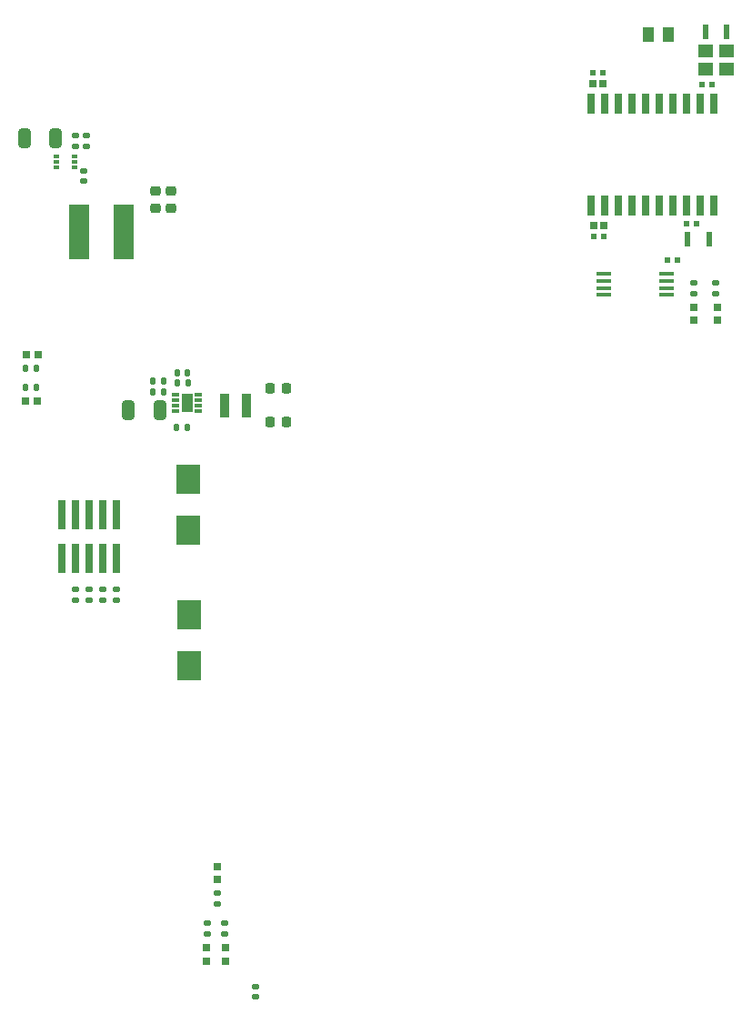
<source format=gtp>
%TF.GenerationSoftware,KiCad,Pcbnew,8.0.2*%
%TF.CreationDate,2024-05-28T09:54:11+02:00*%
%TF.ProjectId,esp_mini_open_brd,6573705f-6d69-46e6-995f-6f70656e5f62,rev?*%
%TF.SameCoordinates,Original*%
%TF.FileFunction,Paste,Top*%
%TF.FilePolarity,Positive*%
%FSLAX46Y46*%
G04 Gerber Fmt 4.6, Leading zero omitted, Abs format (unit mm)*
G04 Created by KiCad (PCBNEW 8.0.2) date 2024-05-28 09:54:11*
%MOMM*%
%LPD*%
G01*
G04 APERTURE LIST*
G04 Aperture macros list*
%AMRoundRect*
0 Rectangle with rounded corners*
0 $1 Rounding radius*
0 $2 $3 $4 $5 $6 $7 $8 $9 X,Y pos of 4 corners*
0 Add a 4 corners polygon primitive as box body*
4,1,4,$2,$3,$4,$5,$6,$7,$8,$9,$2,$3,0*
0 Add four circle primitives for the rounded corners*
1,1,$1+$1,$2,$3*
1,1,$1+$1,$4,$5*
1,1,$1+$1,$6,$7*
1,1,$1+$1,$8,$9*
0 Add four rect primitives between the rounded corners*
20,1,$1+$1,$2,$3,$4,$5,0*
20,1,$1+$1,$4,$5,$6,$7,0*
20,1,$1+$1,$6,$7,$8,$9,0*
20,1,$1+$1,$8,$9,$2,$3,0*%
G04 Aperture macros list end*
%ADD10RoundRect,0.140000X0.170000X-0.140000X0.170000X0.140000X-0.170000X0.140000X-0.170000X-0.140000X0*%
%ADD11RoundRect,0.250000X0.325000X0.650000X-0.325000X0.650000X-0.325000X-0.650000X0.325000X-0.650000X0*%
%ADD12RoundRect,0.225000X-0.250000X0.225000X-0.250000X-0.225000X0.250000X-0.225000X0.250000X0.225000X0*%
%ADD13R,2.200000X2.800000*%
%ADD14R,0.620000X1.470000*%
%ADD15R,0.650000X0.640000*%
%ADD16R,0.600000X0.620000*%
%ADD17R,1.450000X1.200000*%
%ADD18R,1.475000X0.450000*%
%ADD19RoundRect,0.135000X0.185000X-0.135000X0.185000X0.135000X-0.185000X0.135000X-0.185000X-0.135000X0*%
%ADD20R,1.000000X1.420000*%
%ADD21RoundRect,0.140000X-0.170000X0.140000X-0.170000X-0.140000X0.170000X-0.140000X0.170000X0.140000X0*%
%ADD22R,0.700000X0.650000*%
%ADD23RoundRect,0.135000X0.135000X0.185000X-0.135000X0.185000X-0.135000X-0.185000X0.135000X-0.185000X0*%
%ADD24RoundRect,0.135000X-0.185000X0.135000X-0.185000X-0.135000X0.185000X-0.135000X0.185000X0.135000X0*%
%ADD25R,0.650000X0.700000*%
%ADD26R,0.650000X1.925000*%
%ADD27R,0.492000X0.300000*%
%ADD28RoundRect,0.140000X-0.140000X-0.170000X0.140000X-0.170000X0.140000X0.170000X-0.140000X0.170000X0*%
%ADD29R,1.900000X5.100000*%
%ADD30RoundRect,0.225000X0.225000X0.250000X-0.225000X0.250000X-0.225000X-0.250000X0.225000X-0.250000X0*%
%ADD31RoundRect,0.135000X-0.135000X-0.185000X0.135000X-0.185000X0.135000X0.185000X-0.135000X0.185000X0*%
%ADD32R,0.740000X2.790000*%
%ADD33RoundRect,0.250000X-0.325000X-0.650000X0.325000X-0.650000X0.325000X0.650000X-0.325000X0.650000X0*%
%ADD34R,0.700000X0.300000*%
%ADD35R,1.000000X1.800000*%
%ADD36R,0.850000X2.200000*%
G04 APERTURE END LIST*
D10*
X129355638Y-152043910D03*
X129355638Y-151083910D03*
D11*
X110780638Y-72153910D03*
X107830638Y-72153910D03*
D12*
X120029229Y-77061884D03*
X120029229Y-78611884D03*
D13*
X123105638Y-108638910D03*
X123105638Y-103838910D03*
D14*
X169605638Y-81513910D03*
X171605638Y-81513910D03*
D15*
X161767119Y-80245455D03*
X160867119Y-80245455D03*
D16*
X169545638Y-80113910D03*
X170465638Y-80113910D03*
X161777119Y-81312255D03*
X160857119Y-81312255D03*
X170966319Y-67164455D03*
X171886319Y-67164455D03*
D15*
X161716319Y-67088255D03*
X160816319Y-67088255D03*
D16*
X161726319Y-65996055D03*
X160806319Y-65996055D03*
D17*
X171248519Y-65728455D03*
X171248519Y-64028455D03*
D18*
X161782719Y-84782255D03*
X161782719Y-85432255D03*
X161782719Y-86082255D03*
X161782719Y-86732255D03*
X167658719Y-86732255D03*
X167658719Y-86082255D03*
X167658719Y-85432255D03*
X167658719Y-84782255D03*
D19*
X170225919Y-86583655D03*
X170225919Y-85563655D03*
D20*
X165944719Y-62513910D03*
X167814719Y-62513910D03*
D12*
X121537012Y-77058855D03*
X121537012Y-78608855D03*
D21*
X113405638Y-75153910D03*
X113405638Y-76113910D03*
D22*
X109093387Y-96639052D03*
X107993387Y-96639052D03*
D23*
X109006699Y-95295474D03*
X107986699Y-95295474D03*
D19*
X125805638Y-143423910D03*
X125805638Y-142403910D03*
D24*
X124855638Y-145203910D03*
X124855638Y-146223910D03*
D25*
X125805638Y-139913910D03*
X125805638Y-141113910D03*
X124841781Y-148713910D03*
X124841781Y-147513910D03*
D26*
X160631319Y-78353455D03*
X161901319Y-78353455D03*
X163171319Y-78353455D03*
X164441319Y-78353455D03*
X165711319Y-78353455D03*
X166981319Y-78353455D03*
X168251319Y-78353455D03*
X169521319Y-78353455D03*
X170791319Y-78353455D03*
X172061319Y-78353455D03*
X172061319Y-68929455D03*
X170791319Y-68929455D03*
X169521319Y-68929455D03*
X168251319Y-68929455D03*
X166981319Y-68929455D03*
X165711319Y-68929455D03*
X164441319Y-68929455D03*
X163171319Y-68929455D03*
X161901319Y-68929455D03*
X160631319Y-68929455D03*
D17*
X173255119Y-65728455D03*
X173255119Y-64028455D03*
D25*
X172350919Y-87848655D03*
X172350919Y-89048655D03*
X170225919Y-87848655D03*
X170225919Y-89048655D03*
D14*
X171255638Y-62213910D03*
X173255638Y-62213910D03*
D22*
X109128199Y-92251025D03*
X108028199Y-92251025D03*
D23*
X109011328Y-93592281D03*
X107991328Y-93592281D03*
D19*
X172250919Y-86583655D03*
X172250919Y-85563655D03*
D16*
X167740519Y-83471255D03*
X168660519Y-83471255D03*
D27*
X110868204Y-73853984D03*
X110868204Y-74353984D03*
X110868204Y-74853984D03*
X112536204Y-74853984D03*
X112536204Y-74353984D03*
X112536204Y-73853984D03*
D28*
X122100638Y-93950410D03*
X123060638Y-93950410D03*
D24*
X115130638Y-114128910D03*
X115130638Y-115148910D03*
X126480638Y-145228910D03*
X126480638Y-146248910D03*
X113880638Y-114103910D03*
X113880638Y-115123910D03*
X112605638Y-71843910D03*
X112605638Y-72863910D03*
D29*
X112930638Y-80853910D03*
X117130638Y-80853910D03*
D30*
X132280638Y-98513910D03*
X130730638Y-98513910D03*
D31*
X121995638Y-99025410D03*
X123015638Y-99025410D03*
X119808835Y-95763910D03*
X120828835Y-95763910D03*
D13*
X123205638Y-121263910D03*
X123205638Y-116463910D03*
D32*
X116420638Y-107203910D03*
X116420638Y-111273910D03*
X115150638Y-107203910D03*
X115150638Y-111273910D03*
X113880638Y-107203910D03*
X113880638Y-111273910D03*
X112610638Y-107203910D03*
X112610638Y-111273910D03*
X111340638Y-107203910D03*
X111340638Y-111273910D03*
D33*
X117530638Y-97425410D03*
X120480638Y-97425410D03*
D25*
X126605638Y-148713910D03*
X126605638Y-147513910D03*
D19*
X113605638Y-72863910D03*
X113605638Y-71843910D03*
D30*
X132280638Y-95413910D03*
X130730638Y-95413910D03*
D34*
X121965638Y-96013910D03*
X121965638Y-96513910D03*
X121965638Y-97013910D03*
X121965638Y-97513910D03*
X124065638Y-97513910D03*
X124065638Y-97013910D03*
X124065638Y-96513910D03*
X124065638Y-96013910D03*
D35*
X123015638Y-96763910D03*
D36*
X126490638Y-96995410D03*
X128540638Y-96995410D03*
D24*
X112630638Y-114128910D03*
X112630638Y-115148910D03*
D31*
X122070638Y-94925410D03*
X123090638Y-94925410D03*
D24*
X116430638Y-114128910D03*
X116430638Y-115148910D03*
D31*
X119806559Y-94763910D03*
X120826559Y-94763910D03*
M02*

</source>
